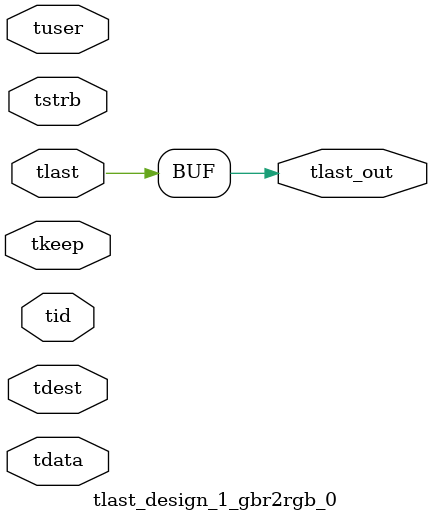
<source format=v>


`timescale 1ps/1ps

module tlast_design_1_gbr2rgb_0 #
(
parameter C_S_AXIS_TID_WIDTH   = 1,
parameter C_S_AXIS_TUSER_WIDTH = 0,
parameter C_S_AXIS_TDATA_WIDTH = 0,
parameter C_S_AXIS_TDEST_WIDTH = 0
)
(
input  [(C_S_AXIS_TID_WIDTH   == 0 ? 1 : C_S_AXIS_TID_WIDTH)-1:0       ] tid,
input  [(C_S_AXIS_TDATA_WIDTH == 0 ? 1 : C_S_AXIS_TDATA_WIDTH)-1:0     ] tdata,
input  [(C_S_AXIS_TUSER_WIDTH == 0 ? 1 : C_S_AXIS_TUSER_WIDTH)-1:0     ] tuser,
input  [(C_S_AXIS_TDEST_WIDTH == 0 ? 1 : C_S_AXIS_TDEST_WIDTH)-1:0     ] tdest,
input  [(C_S_AXIS_TDATA_WIDTH/8)-1:0 ] tkeep,
input  [(C_S_AXIS_TDATA_WIDTH/8)-1:0 ] tstrb,
input  [0:0]                                                             tlast,
output                                                                   tlast_out
);

assign tlast_out = {tlast};

endmodule


</source>
